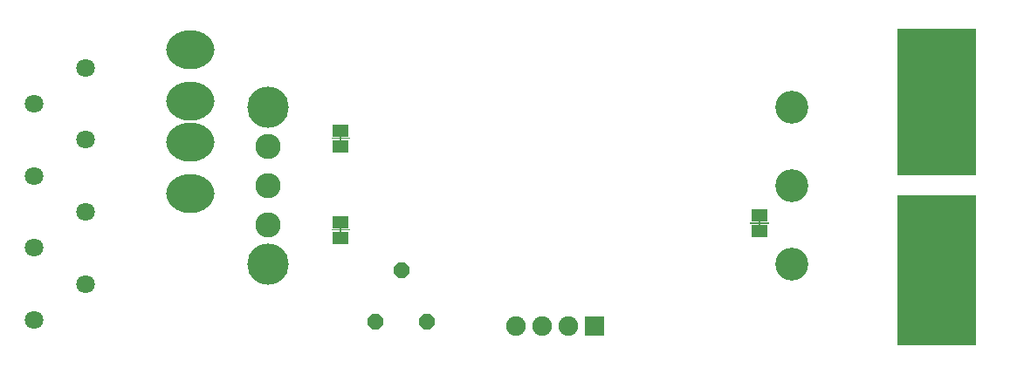
<source format=gts>
G04 DipTrace 3.2.0.1*
G04 TopMask.GTS*
%MOIN*%
G04 #@! TF.FileFunction,Soldermask,Top*
G04 #@! TF.Part,Single*
%AMOUTLINE0*
4,1,8,
0.030488,-0.012629,
0.012629,-0.030488,
-0.012629,-0.030488,
-0.030488,-0.012629,
-0.030488,0.012629,
-0.012629,0.030488,
0.012629,0.030488,
0.030488,0.012629,
0.030488,-0.012629,
0*%
%AMOUTLINE2*
4,1,20,
0.0,0.074835,
0.028382,0.071238,
0.054082,0.060763,
0.074635,0.04432,
0.087965,0.02339,
0.092596,0.0,
0.087965,-0.02339,
0.074635,-0.04432,
0.054082,-0.060763,
0.028382,-0.071238,
0.0,-0.074835,
-0.028382,-0.071238,
-0.054082,-0.060763,
-0.074635,-0.04432,
-0.087965,-0.02339,
-0.092596,0.0,
-0.087965,0.02339,
-0.074635,0.04432,
-0.054082,0.060763,
-0.028382,0.071238,
0.0,0.074835,
0*%
%ADD26R,0.063X0.046*%
%ADD27R,0.008X0.025*%
%ADD43C,0.070866*%
%ADD45C,0.157874*%
%ADD47C,0.096457*%
%ADD49C,0.125984*%
%ADD51C,0.244094*%
%ADD53C,0.074803*%
%ADD55R,0.074803X0.074803*%
%ADD65OUTLINE0*%
%ADD67OUTLINE2*%
%FSLAX26Y26*%
G04*
G70*
G90*
G75*
G01*
G04 TopMask*
%LPD*%
D55*
X2416240Y118749D3*
D53*
X2316240D3*
X2216240D3*
X2116240D3*
D51*
X3722491Y1131251D3*
Y831251D3*
Y468749D3*
Y168749D3*
D49*
X3169980Y956251D3*
Y656251D3*
Y356251D3*
D47*
X1169980Y656251D3*
Y506251D3*
Y806251D3*
D45*
Y956251D3*
Y356251D3*
D43*
X472491Y1106249D3*
X275640Y968454D3*
X472491Y830659D3*
X275640Y692864D3*
X472491Y555068D3*
X275640Y417273D3*
X472491Y279478D3*
X275640Y141682D3*
G36*
X1484720Y833246D2*
X1412720D1*
Y839252D1*
X1484720D1*
Y833246D1*
G37*
D26*
X1448720Y806249D3*
Y866249D3*
D27*
Y836249D3*
G36*
X1484720Y483248D2*
X1412720D1*
Y489254D1*
X1484720D1*
Y483248D1*
G37*
D26*
X1448720Y456251D3*
Y516251D3*
D27*
Y486251D3*
G36*
X3083491Y508248D2*
X3011491D1*
Y514254D1*
X3083491D1*
Y508248D1*
G37*
D26*
X3047491Y481251D3*
Y541251D3*
D27*
Y511251D3*
D65*
X1678740Y331251D3*
X1777165Y134400D3*
X1580315D3*
D67*
X872490Y625000D3*
Y821850D3*
Y979331D3*
Y1176181D3*
G36*
X3572490Y618751D2*
X3872490D1*
Y43749D1*
X3572490D1*
Y618751D1*
G37*
G36*
Y1256251D2*
X3872490D1*
Y693749D1*
X3572490D1*
Y1256251D1*
G37*
M02*

</source>
